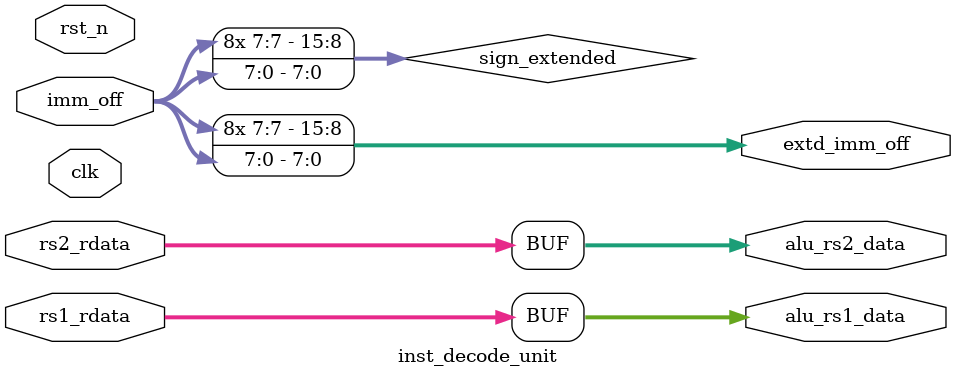
<source format=v>
/*************************************************************
* File Name   : inst_decode_unit.v
* Design Name : inst_decode_unit
* Version     : 
* Author      : 
* Date        : 
* Description : Instruction Decode Unit
* Change Log  : 
*************************************************************/

module inst_decode_unit (
    //----- inputs -----
    input  wire        clk,
    input  wire        rst_n,
    input  wire [7:0]  imm_off,
    input  wire [15:0] rs1_rdata,
    input  wire [15:0] rs2_rdata,

    //----- outputs -----
    output wire [15:0] extd_imm_off,
    output wire [15:0] alu_rs1_data,
    output wire [15:0] alu_rs2_data 
);

    //----- internal signals -----
    reg  [15:0] alu_rs1_rdata;
    reg  [15:0] alu_rs2_rdata;
    wire [15:0] sign_extended;

    //----- assign outputs -----
    assign alu_rs1_data = rs1_rdata;
    assign alu_rs2_data = rs2_rdata;
    assign extd_imm_off = sign_extended;

//    signextender SEU(
//        //----- inputs -----
//        .clk     ( clk          ),
//        .rst_n   ( rst_n        ),
//        .in_8b   ( imm_off      ),
    
//        //----- outputs -----
//        .out_16b ( extd_imm_off ) 
//    );
    
    assign sign_extended = { {8{imm_off[7]}}, imm_off[7:0] };
    
    always @ (posedge clk or negedge rst_n) begin
        if(!rst_n) begin
            alu_rs1_rdata <= 16'b0;
        end
        else begin
            alu_rs1_rdata <= rs1_rdata;
        end
    end
    
    always @ (posedge clk or negedge rst_n) begin
        if(!rst_n) begin
            alu_rs2_rdata <= 16'b0;
        end
        else begin
            alu_rs2_rdata <= rs2_rdata;
        end
    end

endmodule

</source>
